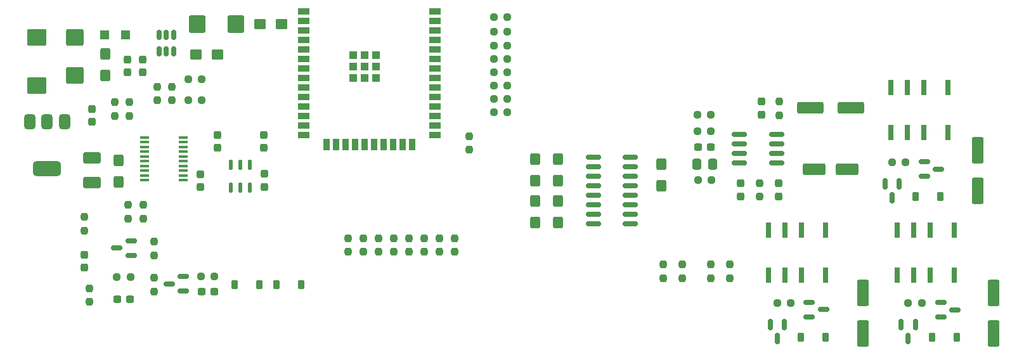
<source format=gtp>
G04 #@! TF.GenerationSoftware,KiCad,Pcbnew,9.0.2*
G04 #@! TF.CreationDate,2025-06-23T14:50:53+02:00*
G04 #@! TF.ProjectId,nTerm2-S FT231,6e546572-6d32-42d5-9320-46543233312e,0.10*
G04 #@! TF.SameCoordinates,Original*
G04 #@! TF.FileFunction,Paste,Top*
G04 #@! TF.FilePolarity,Positive*
%FSLAX46Y46*%
G04 Gerber Fmt 4.6, Leading zero omitted, Abs format (unit mm)*
G04 Created by KiCad (PCBNEW 9.0.2) date 2025-06-23 14:50:53*
%MOMM*%
%LPD*%
G01*
G04 APERTURE LIST*
G04 Aperture macros list*
%AMRoundRect*
0 Rectangle with rounded corners*
0 $1 Rounding radius*
0 $2 $3 $4 $5 $6 $7 $8 $9 X,Y pos of 4 corners*
0 Add a 4 corners polygon primitive as box body*
4,1,4,$2,$3,$4,$5,$6,$7,$8,$9,$2,$3,0*
0 Add four circle primitives for the rounded corners*
1,1,$1+$1,$2,$3*
1,1,$1+$1,$4,$5*
1,1,$1+$1,$6,$7*
1,1,$1+$1,$8,$9*
0 Add four rect primitives between the rounded corners*
20,1,$1+$1,$2,$3,$4,$5,0*
20,1,$1+$1,$4,$5,$6,$7,0*
20,1,$1+$1,$6,$7,$8,$9,0*
20,1,$1+$1,$8,$9,$2,$3,0*%
G04 Aperture macros list end*
%ADD10RoundRect,0.237500X-0.237500X0.250000X-0.237500X-0.250000X0.237500X-0.250000X0.237500X0.250000X0*%
%ADD11RoundRect,0.237500X-0.250000X-0.237500X0.250000X-0.237500X0.250000X0.237500X-0.250000X0.237500X0*%
%ADD12RoundRect,0.132500X0.132500X-0.532500X0.132500X0.532500X-0.132500X0.532500X-0.132500X-0.532500X0*%
%ADD13RoundRect,0.225000X-0.225000X-0.375000X0.225000X-0.375000X0.225000X0.375000X-0.225000X0.375000X0*%
%ADD14R,0.700000X2.000000*%
%ADD15R,1.500000X0.900000*%
%ADD16R,0.900000X1.500000*%
%ADD17R,1.050000X1.050000*%
%ADD18RoundRect,0.237500X0.237500X-0.250000X0.237500X0.250000X-0.237500X0.250000X-0.237500X-0.250000X0*%
%ADD19RoundRect,0.237500X-0.237500X0.300000X-0.237500X-0.300000X0.237500X-0.300000X0.237500X0.300000X0*%
%ADD20RoundRect,0.250000X0.550000X-1.500000X0.550000X1.500000X-0.550000X1.500000X-0.550000X-1.500000X0*%
%ADD21RoundRect,0.237500X0.237500X-0.300000X0.237500X0.300000X-0.237500X0.300000X-0.237500X-0.300000X0*%
%ADD22RoundRect,0.150000X-0.825000X-0.150000X0.825000X-0.150000X0.825000X0.150000X-0.825000X0.150000X0*%
%ADD23RoundRect,0.237500X0.250000X0.237500X-0.250000X0.237500X-0.250000X-0.237500X0.250000X-0.237500X0*%
%ADD24RoundRect,0.250000X-0.425000X0.537500X-0.425000X-0.537500X0.425000X-0.537500X0.425000X0.537500X0*%
%ADD25RoundRect,0.250000X0.425000X-0.537500X0.425000X0.537500X-0.425000X0.537500X-0.425000X-0.537500X0*%
%ADD26RoundRect,0.237500X0.300000X0.237500X-0.300000X0.237500X-0.300000X-0.237500X0.300000X-0.237500X0*%
%ADD27RoundRect,0.225000X0.225000X0.375000X-0.225000X0.375000X-0.225000X-0.375000X0.225000X-0.375000X0*%
%ADD28RoundRect,0.375000X-0.375000X0.625000X-0.375000X-0.625000X0.375000X-0.625000X0.375000X0.625000X0*%
%ADD29RoundRect,0.500000X-1.400000X0.500000X-1.400000X-0.500000X1.400000X-0.500000X1.400000X0.500000X0*%
%ADD30RoundRect,0.250000X0.875000X0.925000X-0.875000X0.925000X-0.875000X-0.925000X0.875000X-0.925000X0*%
%ADD31RoundRect,0.250000X1.025000X-0.875000X1.025000X0.875000X-1.025000X0.875000X-1.025000X-0.875000X0*%
%ADD32RoundRect,0.150000X-0.587500X-0.150000X0.587500X-0.150000X0.587500X0.150000X-0.587500X0.150000X0*%
%ADD33RoundRect,0.237500X-0.300000X-0.237500X0.300000X-0.237500X0.300000X0.237500X-0.300000X0.237500X0*%
%ADD34RoundRect,0.150000X-0.150000X0.587500X-0.150000X-0.587500X0.150000X-0.587500X0.150000X0.587500X0*%
%ADD35RoundRect,0.150000X0.587500X0.150000X-0.587500X0.150000X-0.587500X-0.150000X0.587500X-0.150000X0*%
%ADD36RoundRect,0.250001X0.924999X-0.499999X0.924999X0.499999X-0.924999X0.499999X-0.924999X-0.499999X0*%
%ADD37RoundRect,0.150000X0.150000X-0.512500X0.150000X0.512500X-0.150000X0.512500X-0.150000X-0.512500X0*%
%ADD38RoundRect,0.250000X-1.250000X-0.550000X1.250000X-0.550000X1.250000X0.550000X-1.250000X0.550000X0*%
%ADD39RoundRect,0.250000X-1.500000X-0.550000X1.500000X-0.550000X1.500000X0.550000X-1.500000X0.550000X0*%
%ADD40RoundRect,0.250000X-0.337500X-0.475000X0.337500X-0.475000X0.337500X0.475000X-0.337500X0.475000X0*%
%ADD41RoundRect,0.250000X0.537500X0.425000X-0.537500X0.425000X-0.537500X-0.425000X0.537500X-0.425000X0*%
%ADD42RoundRect,0.250000X0.925000X-0.875000X0.925000X0.875000X-0.925000X0.875000X-0.925000X-0.875000X0*%
%ADD43R,1.200000X0.400000*%
%ADD44R,1.200000X1.200000*%
G04 APERTURE END LIST*
D10*
X84266000Y-107528500D03*
X84266000Y-109353500D03*
D11*
X138956000Y-84668500D03*
X140781000Y-84668500D03*
D10*
X96012000Y-90123000D03*
X96012000Y-91948000D03*
D11*
X176792500Y-118999000D03*
X178617500Y-118999000D03*
D10*
X88392000Y-92202000D03*
X88392000Y-94027000D03*
D12*
X103820000Y-103632000D03*
X105090000Y-103632000D03*
X106360000Y-103632000D03*
X106360000Y-100582000D03*
X105090000Y-100582000D03*
X103820000Y-100582000D03*
D10*
X177088800Y-92140900D03*
X177088800Y-93965900D03*
D13*
X179992000Y-123571000D03*
X183292000Y-123571000D03*
D14*
X200471000Y-109268500D03*
X197271000Y-109268500D03*
X195071000Y-109268500D03*
X192871000Y-109268500D03*
X192871000Y-115268500D03*
X195071000Y-115268500D03*
X197271000Y-115268500D03*
X200471000Y-115268500D03*
D10*
X174436000Y-102997000D03*
X174436000Y-104822000D03*
D15*
X113616000Y-80096500D03*
X113616000Y-81366500D03*
X113616000Y-82636500D03*
X113616000Y-83906500D03*
X113616000Y-85176500D03*
X113616000Y-86446500D03*
X113616000Y-87716500D03*
X113616000Y-88986500D03*
X113616000Y-90256500D03*
X113616000Y-91526500D03*
X113616000Y-92796500D03*
X113616000Y-94066500D03*
X113616000Y-95336500D03*
X113616000Y-96606500D03*
D16*
X116656000Y-97856500D03*
X117926000Y-97856500D03*
X119196000Y-97856500D03*
X120466000Y-97856500D03*
X121736000Y-97856500D03*
X123006000Y-97856500D03*
X124276000Y-97856500D03*
X125546000Y-97856500D03*
X126816000Y-97856500D03*
X128086000Y-97856500D03*
D15*
X131116000Y-96606500D03*
X131116000Y-95336500D03*
X131116000Y-94066500D03*
X131116000Y-92796500D03*
X131116000Y-91526500D03*
X131116000Y-90256500D03*
X131116000Y-88986500D03*
X131116000Y-87716500D03*
X131116000Y-86446500D03*
X131116000Y-85176500D03*
X131116000Y-83906500D03*
X131116000Y-82636500D03*
X131116000Y-81366500D03*
X131116000Y-80096500D03*
D17*
X120161000Y-85911500D03*
X120161000Y-87436500D03*
X120161000Y-88961500D03*
X121686000Y-85911500D03*
X121686000Y-87436500D03*
X121686000Y-88961500D03*
X123211000Y-85911500D03*
X123211000Y-87436500D03*
X123211000Y-88961500D03*
D18*
X127635000Y-112188000D03*
X127635000Y-110363000D03*
D11*
X192128500Y-100203000D03*
X193953500Y-100203000D03*
D19*
X176976000Y-103047000D03*
X176976000Y-104772000D03*
D20*
X205740000Y-123096000D03*
X205740000Y-117696000D03*
D11*
X138956000Y-88224500D03*
X140781000Y-88224500D03*
D21*
X90043000Y-88212000D03*
X90043000Y-86487000D03*
D11*
X194287500Y-118999000D03*
X196112500Y-118999000D03*
D21*
X92075000Y-88212000D03*
X92075000Y-86487000D03*
D20*
X188279000Y-123096000D03*
X188279000Y-117696000D03*
D10*
X170499000Y-113878500D03*
X170499000Y-115703500D03*
D22*
X171778499Y-96520000D03*
X171778499Y-97790000D03*
X171778499Y-99060000D03*
X171778499Y-100330000D03*
X176728499Y-100330000D03*
X176728499Y-99060000D03*
X176728499Y-97790000D03*
X176728499Y-96520000D03*
D23*
X140781000Y-80858500D03*
X138956000Y-80858500D03*
D19*
X85344000Y-93093200D03*
X85344000Y-94818200D03*
D18*
X121539000Y-112188000D03*
X121539000Y-110363000D03*
D24*
X147574000Y-105369500D03*
X147574000Y-108244500D03*
D18*
X92202000Y-107743000D03*
X92202000Y-105918000D03*
D25*
X87045800Y-88671400D03*
X87045800Y-85796400D03*
D10*
X94003500Y-90123000D03*
X94003500Y-91948000D03*
D26*
X90424000Y-118491000D03*
X88699000Y-118491000D03*
D27*
X107694000Y-116586000D03*
X104394000Y-116586000D03*
D28*
X81637500Y-94817800D03*
X79337500Y-94817800D03*
D29*
X79337500Y-101117800D03*
D28*
X77037500Y-94817800D03*
D30*
X104498050Y-81788000D03*
X99398050Y-81788000D03*
D11*
X88646000Y-115570000D03*
X90471000Y-115570000D03*
D21*
X108265000Y-98298000D03*
X108265000Y-96573000D03*
D11*
X166143000Y-96052500D03*
X167968000Y-96052500D03*
D22*
X152276000Y-99527500D03*
X152276000Y-100797500D03*
X152276000Y-102067500D03*
X152276000Y-103337500D03*
X152276000Y-104607500D03*
X152276000Y-105877500D03*
X152276000Y-107147500D03*
X152276000Y-108417500D03*
X157226000Y-108417500D03*
X157226000Y-107147500D03*
X157226000Y-105877500D03*
X157226000Y-104607500D03*
X157226000Y-103337500D03*
X157226000Y-102067500D03*
X157226000Y-100797500D03*
X157226000Y-99527500D03*
D10*
X90297000Y-92202000D03*
X90297000Y-94027000D03*
D31*
X77901800Y-89966800D03*
X77901800Y-83566800D03*
D24*
X144526000Y-105369500D03*
X144526000Y-108244500D03*
D32*
X196438000Y-100183000D03*
X196438000Y-102083000D03*
X198313000Y-101133000D03*
D33*
X99949000Y-117475000D03*
X101674000Y-117475000D03*
D14*
X183250500Y-109268500D03*
X180050500Y-109268500D03*
X177850500Y-109268500D03*
X175650500Y-109268500D03*
X175650500Y-115268500D03*
X177850500Y-115268500D03*
X180050500Y-115268500D03*
X183250500Y-115268500D03*
D25*
X88823800Y-102874800D03*
X88823800Y-99999800D03*
D34*
X195261000Y-121871500D03*
X193361000Y-121871500D03*
X194311000Y-123746500D03*
D35*
X97506000Y-117409000D03*
X97506000Y-115509000D03*
X95631000Y-116459000D03*
D11*
X98171000Y-91948000D03*
X99996000Y-91948000D03*
D34*
X177766000Y-121871500D03*
X175866000Y-121871500D03*
X176816000Y-123746500D03*
D24*
X161355000Y-100503000D03*
X161355000Y-103378000D03*
D19*
X108331000Y-101780000D03*
X108331000Y-103505000D03*
D36*
X85293200Y-102919600D03*
X85293200Y-99669600D03*
D10*
X90170000Y-105918000D03*
X90170000Y-107743000D03*
D21*
X174675800Y-93865900D03*
X174675800Y-92140900D03*
D11*
X138956000Y-93558500D03*
X140781000Y-93558500D03*
D37*
X94300000Y-85460000D03*
X95250000Y-85460000D03*
X96200000Y-85460000D03*
X96200000Y-83185000D03*
X95250000Y-83185000D03*
X94300000Y-83185000D03*
D38*
X181767499Y-101178500D03*
X186167499Y-101178500D03*
D11*
X138956000Y-90002500D03*
X140781000Y-90002500D03*
D39*
X181267499Y-92923500D03*
X186667499Y-92923500D03*
D24*
X144526000Y-99781500D03*
X144526000Y-102656500D03*
D23*
X167977500Y-93857185D03*
X166152500Y-93857185D03*
D10*
X167959000Y-113878500D03*
X167959000Y-115703500D03*
X164149000Y-113878500D03*
X164149000Y-115703500D03*
D18*
X93599000Y-112649000D03*
X93599000Y-110824000D03*
D20*
X203581000Y-104046000D03*
X203581000Y-98646000D03*
D18*
X129667000Y-112188000D03*
X129667000Y-110363000D03*
D33*
X166243000Y-98211500D03*
X167968000Y-98211500D03*
D18*
X119507000Y-112188000D03*
X119507000Y-110363000D03*
D14*
X199604750Y-90225500D03*
X196404750Y-90225500D03*
X194204750Y-90225500D03*
X192004750Y-90225500D03*
X192004750Y-96225500D03*
X194204750Y-96225500D03*
X196404750Y-96225500D03*
X199604750Y-96225500D03*
D21*
X99822000Y-103579000D03*
X99822000Y-101854000D03*
D24*
X147574000Y-99781500D03*
X147574000Y-102656500D03*
D13*
X197487000Y-123571000D03*
X200787000Y-123571000D03*
D40*
X166116000Y-100457000D03*
X168191000Y-100457000D03*
D18*
X131699000Y-112188000D03*
X131699000Y-110363000D03*
D41*
X110617000Y-81788000D03*
X107742000Y-81788000D03*
D35*
X90521000Y-112649000D03*
X90521000Y-110749000D03*
X88646000Y-111699000D03*
D21*
X171896000Y-104772000D03*
X171896000Y-103047000D03*
D42*
X82996000Y-88656000D03*
X82996000Y-83556000D03*
D43*
X97536000Y-102616000D03*
X97536000Y-101981000D03*
X97536000Y-101346000D03*
X97536000Y-100711000D03*
X97536000Y-100076000D03*
X97536000Y-99441000D03*
X97536000Y-98806000D03*
X97536000Y-98171000D03*
X97536000Y-97536000D03*
X97536000Y-96901000D03*
X92336000Y-96901000D03*
X92336000Y-97536000D03*
X92336000Y-98171000D03*
X92336000Y-98806000D03*
X92336000Y-99441000D03*
X92336000Y-100076000D03*
X92336000Y-100711000D03*
X92336000Y-101346000D03*
X92336000Y-101981000D03*
X92336000Y-102616000D03*
D19*
X84266000Y-112608500D03*
X84266000Y-114333500D03*
D32*
X198645500Y-118983500D03*
X198645500Y-120883500D03*
X200520500Y-119933500D03*
D18*
X93599000Y-117475000D03*
X93599000Y-115650000D03*
D11*
X138956000Y-91780500D03*
X140781000Y-91780500D03*
X98171000Y-89154000D03*
X99996000Y-89154000D03*
D18*
X135701000Y-98558500D03*
X135701000Y-96733500D03*
D10*
X161609000Y-113878500D03*
X161609000Y-115703500D03*
D18*
X133731000Y-112188000D03*
X133731000Y-110363000D03*
X123571000Y-112188000D03*
X123571000Y-110363000D03*
D23*
X140781000Y-82763500D03*
X138956000Y-82763500D03*
D44*
X89795000Y-83185000D03*
X86995000Y-83185000D03*
D11*
X138956000Y-86446500D03*
X140781000Y-86446500D03*
D10*
X84963000Y-117047000D03*
X84963000Y-118872000D03*
D11*
X166243000Y-102616000D03*
X168068000Y-102616000D03*
D41*
X102108000Y-85852000D03*
X99233000Y-85852000D03*
D21*
X102042000Y-98298000D03*
X102042000Y-96573000D03*
D34*
X193102000Y-103075500D03*
X191202000Y-103075500D03*
X192152000Y-104950500D03*
D11*
X99849000Y-115443000D03*
X101674000Y-115443000D03*
D13*
X195328000Y-104775000D03*
X198628000Y-104775000D03*
D18*
X125603000Y-112188000D03*
X125603000Y-110363000D03*
D13*
X109984000Y-116586000D03*
X113284000Y-116586000D03*
D32*
X181102000Y-118958500D03*
X181102000Y-120858500D03*
X182977000Y-119908500D03*
M02*

</source>
